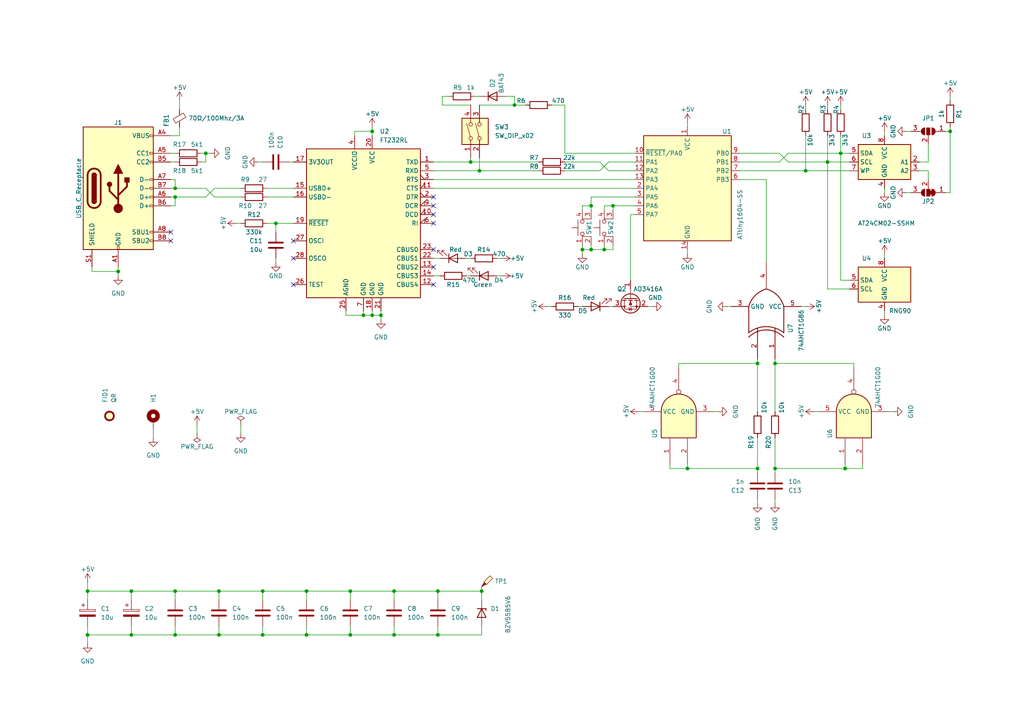
<source format=kicad_sch>
(kicad_sch (version 20230121) (generator eeschema)
  (paper "A4")
  (title_block (title "${acronym} - ${title}") (date "${date}") (rev "${revision}") (company "${company}") (comment 1 "${creator}") (comment 2 "${license}"))
  (lib_symbols
    (symbol "74xGxx:74AHCT1G00"
      (property "Reference" "U" (at -2.54 3.81 0))
      (property "Value" "74AHCT1G00" (at 0 -3.81 0))
      (symbol "74AHCT1G00_1_1"
        (pin input line (at -15.24 2.54 0) (length 7.62) (name "~") (number "1"))
        (pin input line (at -15.24 -2.54 0) (length 7.62) (name "~") (number "2"))
        (pin power_in line (at 0 -10.16 90) (length 5.08) (name "GND") (number "3"))
        (pin output inverted (at 12.7 0 180) (length 7.62) (name "~") (number "4"))
        (pin power_in line (at 0 10.16 270) (length 5.08) (name "VCC") (number "5"))
      )
    )
    (symbol "74xGxx:74AHCT1G86"
      (property "Reference" "U" (at -2.54 3.81 0))
      (property "Value" "74AHCT1G86" (at 0 -3.81 0))
      (symbol "74AHCT1G86_1_1"
        (pin input line (at -15.24 2.54 0) (length 7.62) (name "~") (number "1"))
        (pin input line (at -15.24 -2.54 0) (length 7.62) (name "~") (number "2"))
        (pin power_in line (at 0 -10.16 90) (length 5.08) (name "GND") (number "3"))
        (pin output line (at 12.7 0 180) (length 7.62) (name "~") (number "4"))
        (pin power_in line (at 0 10.16 270) (length 5.08) (name "VCC") (number "5"))
      )
    )
    (symbol "Connector:TestPoint_Probe" (pin_numbers hide) (pin_names (offset 0.762) hide)
      (property "Reference" "TP" (at 1.651 5.842 0))
      (property "Value" "TestPoint_Probe" (at 1.651 4.064 0))
      (symbol "TestPoint_Probe_1_1"
        (pin passive line (at 0 0 90) (length 0) (name "1") (number "1"))
      )
    )
    (symbol "Connector:USB_C_Receptacle_USB2.0_16P" (pin_names (offset 1.016))
      (property "Reference" "J" (at 0 22.225 0))
      (property "Value" "USB_C_Receptacle_USB2.0_16P" (at 0 19.685 0))
      (symbol "USB_C_Receptacle_USB2.0_16P_1_1"
        (pin passive line (at 0 -22.86 90) (length 5.08) (name "GND") (number "A1"))
        (pin passive line (at 0 -22.86 90) (length 5.08) hide (name "GND") (number "A12"))
        (pin passive line (at 15.24 15.24 180) (length 5.08) (name "VBUS") (number "A4"))
        (pin bidirectional line (at 15.24 10.16 180) (length 5.08) (name "CC1") (number "A5"))
        (pin bidirectional line (at 15.24 -2.54 180) (length 5.08) (name "D+") (number "A6"))
        (pin bidirectional line (at 15.24 2.54 180) (length 5.08) (name "D-") (number "A7"))
        (pin bidirectional line (at 15.24 -12.7 180) (length 5.08) (name "SBU1") (number "A8"))
        (pin passive line (at 15.24 15.24 180) (length 5.08) hide (name "VBUS") (number "A9"))
        (pin passive line (at 0 -22.86 90) (length 5.08) hide (name "GND") (number "B1"))
        (pin passive line (at 0 -22.86 90) (length 5.08) hide (name "GND") (number "B12"))
        (pin passive line (at 15.24 15.24 180) (length 5.08) hide (name "VBUS") (number "B4"))
        (pin bidirectional line (at 15.24 7.62 180) (length 5.08) (name "CC2") (number "B5"))
        (pin bidirectional line (at 15.24 -5.08 180) (length 5.08) (name "D+") (number "B6"))
        (pin bidirectional line (at 15.24 0 180) (length 5.08) (name "D-") (number "B7"))
        (pin bidirectional line (at 15.24 -15.24 180) (length 5.08) (name "SBU2") (number "B8"))
        (pin passive line (at 15.24 15.24 180) (length 5.08) hide (name "VBUS") (number "B9"))
        (pin passive line (at -7.62 -22.86 90) (length 5.08) (name "SHIELD") (number "S1"))
      )
    )
    (symbol "Device:C" (pin_numbers hide) (pin_names (offset 0.254))
      (property "Reference" "C" (at 0.635 2.54 0))
      (property "Value" "C" (at 0.635 -2.54 0))
      (symbol "C_1_1"
        (pin passive line (at 0 3.81 270) (length 2.794) (name "~") (number "1"))
        (pin passive line (at 0 -3.81 90) (length 2.794) (name "~") (number "2"))
      )
    )
    (symbol "Device:C_Polarized" (pin_numbers hide) (pin_names (offset 0.254))
      (property "Reference" "C" (at 0.635 2.54 0))
      (property "Value" "C_Polarized" (at 0.635 -2.54 0))
      (symbol "C_Polarized_1_1"
        (pin passive line (at 0 3.81 270) (length 2.794) (name "~") (number "1"))
        (pin passive line (at 0 -3.81 90) (length 2.794) (name "~") (number "2"))
      )
    )
    (symbol "Device:D" (pin_numbers hide) (pin_names (offset 1.016) hide)
      (property "Reference" "D" (at 0 2.54 0))
      (property "Value" "D" (at 0 -2.54 0))
      (symbol "D_1_1"
        (pin passive line (at -3.81 0 0) (length 2.54) (name "K") (number "1"))
        (pin passive line (at 3.81 0 180) (length 2.54) (name "A") (number "2"))
      )
    )
    (symbol "Device:FerriteBead_Small" (pin_numbers hide) (pin_names (offset 0))
      (property "Reference" "FB" (at 1.905 1.27 0))
      (property "Value" "FerriteBead_Small" (at 1.905 -1.27 0))
      (symbol "FerriteBead_Small_1_1"
        (pin passive line (at 0 2.54 270) (length 1.27) (name "~") (number "1"))
        (pin passive line (at 0 -2.54 90) (length 1.27) (name "~") (number "2"))
      )
    )
    (symbol "Device:LED" (pin_numbers hide) (pin_names (offset 1.016) hide)
      (property "Reference" "D" (at 0 2.54 0))
      (property "Value" "LED" (at 0 -2.54 0))
      (symbol "LED_1_1"
        (pin passive line (at -3.81 0 0) (length 2.54) (name "K") (number "1"))
        (pin passive line (at 3.81 0 180) (length 2.54) (name "A") (number "2"))
      )
    )
    (symbol "Device:R" (pin_numbers hide) (pin_names (offset 0))
      (property "Reference" "R" (at 2.032 0 90))
      (property "Value" "R" (at 0 0 90))
      (symbol "R_1_1"
        (pin passive line (at 0 3.81 270) (length 1.27) (name "~") (number "1"))
        (pin passive line (at 0 -3.81 90) (length 1.27) (name "~") (number "2"))
      )
    )
    (symbol "Diode:BZV55B5V6" (pin_numbers hide) (pin_names hide)
      (property "Reference" "D" (at 0 2.54 0))
      (property "Value" "BZV55B5V6" (at 0 -2.54 0))
      (symbol "BZV55B5V6_1_1"
        (pin passive line (at -3.81 0 0) (length 2.54) (name "K") (number "1"))
        (pin passive line (at 3.81 0 180) (length 2.54) (name "A") (number "2"))
      )
    )
    (symbol "Interface_USB:FT232RL"
      (property "Reference" "U" (at -16.51 22.86 0))
      (property "Value" "FT232RL" (at 10.16 22.86 0))
      (symbol "FT232RL_1_1"
        (pin output line (at 20.32 17.78 180) (length 3.81) (name "TXD") (number "1"))
        (pin input input_low (at 20.32 2.54 180) (length 3.81) (name "DCD") (number "10"))
        (pin input input_low (at 20.32 10.16 180) (length 3.81) (name "CTS") (number "11"))
        (pin bidirectional line (at 20.32 -17.78 180) (length 3.81) (name "CBUS4") (number "12"))
        (pin bidirectional line (at 20.32 -12.7 180) (length 3.81) (name "CBUS2") (number "13"))
        (pin bidirectional line (at 20.32 -15.24 180) (length 3.81) (name "CBUS3") (number "14"))
        (pin bidirectional line (at -20.32 10.16 0) (length 3.81) (name "USBD+") (number "15"))
        (pin bidirectional line (at -20.32 7.62 0) (length 3.81) (name "USBD-") (number "16"))
        (pin power_out line (at -20.32 17.78 0) (length 3.81) (name "3V3OUT") (number "17"))
        (pin power_in line (at 2.54 -25.4 90) (length 3.81) (name "GND") (number "18"))
        (pin input line (at -20.32 0 0) (length 3.81) (name "~{RESET}") (number "19"))
        (pin output output_low (at 20.32 7.62 180) (length 3.81) (name "DTR") (number "2"))
        (pin power_in line (at 2.54 25.4 270) (length 3.81) (name "VCC") (number "20"))
        (pin power_in line (at 5.08 -25.4 90) (length 3.81) (name "GND") (number "21"))
        (pin bidirectional line (at 20.32 -10.16 180) (length 3.81) (name "CBUS1") (number "22"))
        (pin bidirectional line (at 20.32 -7.62 180) (length 3.81) (name "CBUS0") (number "23"))
        (pin power_in line (at -5.08 -25.4 90) (length 3.81) (name "AGND") (number "25"))
        (pin input line (at -20.32 -17.78 0) (length 3.81) (name "TEST") (number "26"))
        (pin input line (at -20.32 -5.08 0) (length 3.81) (name "OSCI") (number "27"))
        (pin output line (at -20.32 -10.16 0) (length 3.81) (name "OSCO") (number "28"))
        (pin output output_low (at 20.32 12.7 180) (length 3.81) (name "RTS") (number "3"))
        (pin power_in line (at -2.54 25.4 270) (length 3.81) (name "VCCIO") (number "4"))
        (pin input line (at 20.32 15.24 180) (length 3.81) (name "RXD") (number "5"))
        (pin input input_low (at 20.32 0 180) (length 3.81) (name "RI") (number "6"))
        (pin power_in line (at 0 -25.4 90) (length 3.81) (name "GND") (number "7"))
        (pin input input_low (at 20.32 5.08 180) (length 3.81) (name "DCR") (number "9"))
      )
    )
    (symbol "Jumper:SolderJumper_3_Bridged12" (pin_names (offset 0) hide)
      (property "Reference" "JP" (at -2.54 -2.54 0))
      (property "Value" "SolderJumper_3_Bridged12" (at 0 2.794 0))
      (symbol "SolderJumper_3_Bridged12_1_1"
        (pin passive line (at -5.08 0 0) (length 2.54) (name "A") (number "1"))
        (pin passive line (at 0 -3.81 90) (length 2.54) (name "C") (number "2"))
        (pin passive line (at 5.08 0 180) (length 2.54) (name "B") (number "3"))
      )
    )
    (symbol "Jumper:SolderJumper_3_Open" (pin_names (offset 0) hide)
      (property "Reference" "JP" (at -2.54 -2.54 0))
      (property "Value" "SolderJumper_3_Open" (at 0 2.794 0))
      (symbol "SolderJumper_3_Open_1_1"
        (pin passive line (at -5.08 0 0) (length 2.54) (name "A") (number "1"))
        (pin passive line (at 0 -3.81 90) (length 2.54) (name "C") (number "2"))
        (pin passive line (at 5.08 0 180) (length 2.54) (name "B") (number "3"))
      )
    )
    (symbol "MCU_Microchip_ATtiny:ATtiny1604-SS"
      (property "Reference" "U" (at -12.7 16.51 0))
      (property "Value" "ATtiny1604-SS" (at 2.54 -16.51 0))
      (symbol "ATtiny1604-SS_1_1"
        (pin power_in line (at 0 17.78 270) (length 2.54) (name "VCC") (number "1"))
        (pin bidirectional line (at 15.24 10.16 180) (length 2.54) (name "~{RESET}/PA0") (number "10"))
        (pin bidirectional line (at 15.24 7.62 180) (length 2.54) (name "PA1") (number "11"))
        (pin bidirectional line (at 15.24 5.08 180) (length 2.54) (name "PA2") (number "12"))
        (pin bidirectional line (at 15.24 2.54 180) (length 2.54) (name "PA3") (number "13"))
        (pin power_in line (at 0 -17.78 90) (length 2.54) (name "GND") (number "14"))
        (pin bidirectional line (at 15.24 0 180) (length 2.54) (name "PA4") (number "2"))
        (pin bidirectional line (at 15.24 -2.54 180) (length 2.54) (name "PA5") (number "3"))
        (pin bidirectional line (at 15.24 -5.08 180) (length 2.54) (name "PA6") (number "4"))
        (pin bidirectional line (at 15.24 -7.62 180) (length 2.54) (name "PA7") (number "5"))
        (pin bidirectional line (at -15.24 2.54 0) (length 2.54) (name "PB3") (number "6"))
        (pin bidirectional line (at -15.24 5.08 0) (length 2.54) (name "PB2") (number "7"))
        (pin bidirectional line (at -15.24 7.62 0) (length 2.54) (name "PB1") (number "8"))
        (pin bidirectional line (at -15.24 10.16 0) (length 2.54) (name "PB0") (number "9"))
      )
    )
    (symbol "Mechanical:Fiducial"
      (property "Reference" "FID" (at 0 5.08 0))
      (property "Value" "Fiducial" (at 0 3.175 0))
    )
    (symbol "Mechanical:MountingHole_Pad" (pin_numbers hide) (pin_names (offset 1.016) hide)
      (property "Reference" "H" (at 0 6.35 0))
      (property "Value" "MountingHole_Pad" (at 0 4.445 0))
      (symbol "MountingHole_Pad_1_1"
        (pin input line (at 0 -2.54 90) (length 2.54) (name "1") (number "1"))
      )
    )
    (symbol "Memory_EEPROM:AT24CS04-SSHM"
      (property "Reference" "U" (at -7.62 6.35 0))
      (property "Value" "AT24CS04-SSHM" (at 2.54 -6.35 0))
      (symbol "AT24CS04-SSHM_1_1"
        (pin no_connect line (at -7.62 2.54 0) (length 2.54) hide (name "NC") (number "1"))
        (pin input line (at -10.16 0 0) (length 2.54) (name "A1") (number "2"))
        (pin input line (at -10.16 -2.54 0) (length 2.54) (name "A2") (number "3"))
        (pin power_in line (at 0 -7.62 90) (length 2.54) (name "GND") (number "4"))
        (pin bidirectional line (at 10.16 2.54 180) (length 2.54) (name "SDA") (number "5"))
        (pin input line (at 10.16 0 180) (length 2.54) (name "SCL") (number "6"))
        (pin input line (at 10.16 -2.54 180) (length 2.54) (name "WP") (number "7"))
        (pin power_in line (at 0 7.62 270) (length 2.54) (name "VCC") (number "8"))
      )
    )
    (symbol "RNG:RNG90"
      (property "Reference" "U" (at -6.985 6.35 0))
      (property "Value" "RNG90" (at 4.445 -6.985 0))
      (symbol "RNG90_1_1"
        (pin no_connect line (at 10.16 3.81 180) (length 2.54) hide (name "NC1") (number "1"))
        (pin no_connect line (at 10.16 1.27 180) (length 2.54) hide (name "NC2") (number "2"))
        (pin no_connect line (at 10.16 -1.27 180) (length 2.54) hide (name "NC3") (number "3"))
        (pin power_in line (at 0 -7.62 90) (length 2.54) (name "GND") (number "4"))
        (pin bidirectional line (at -10.16 1.27 0) (length 2.54) (name "SDA") (number "5"))
        (pin input line (at -10.16 -1.27 0) (length 2.54) (name "SCL") (number "6"))
        (pin no_connect line (at 10.16 -3.81 180) (length 2.54) hide (name "NC4") (number "7"))
        (pin power_in line (at 0 7.62 270) (length 2.54) (name "VCC") (number "8"))
      )
    )
    (symbol "Switch:SW_DIP_x02" (pin_names (offset 0) hide)
      (property "Reference" "SW" (at 0 6.35 0))
      (property "Value" "SW_DIP_x02" (at 0 -3.81 0))
      (symbol "SW_DIP_x02_1_1"
        (pin passive line (at -7.62 2.54 0) (length 5.08) (name "~") (number "1"))
        (pin passive line (at -7.62 0 0) (length 5.08) (name "~") (number "2"))
        (pin passive line (at 7.62 0 180) (length 5.08) (name "~") (number "3"))
        (pin passive line (at 7.62 2.54 180) (length 5.08) (name "~") (number "4"))
      )
    )
    (symbol "Switch:SW_MEC_5E" (pin_names (offset 1.016) hide)
      (property "Reference" "SW" (at 0.635 5.715 0))
      (property "Value" "SW_MEC_5E" (at 0 -3.175 0))
      (symbol "SW_MEC_5E_0_1"
        (pin passive line (at -5.08 2.54 0) (length 2.54) (name "1") (number "1"))
        (pin passive line (at -5.08 0 0) (length 2.54) (name "2") (number "2"))
        (pin passive line (at 5.08 0 180) (length 2.54) (name "K") (number "3"))
        (pin passive line (at 5.08 2.54 180) (length 2.54) (name "A") (number "4"))
      )
    )
    (symbol "Transistor_FET:AO3400A" (pin_names hide)
      (property "Reference" "Q" (at 5.08 1.905 0))
      (property "Value" "AO3400A" (at 5.08 0 0))
      (symbol "AO3400A_1_1"
        (pin input line (at -5.08 0 0) (length 2.54) (name "G") (number "1"))
        (pin passive line (at 2.54 -5.08 90) (length 2.54) (name "S") (number "2"))
        (pin passive line (at 2.54 5.08 270) (length 2.54) (name "D") (number "3"))
      )
    )
    (symbol "power:+5V" (power) (pin_names (offset 0))
      (property "Value" "+5V" (at 0 3.556 0))
      (symbol "+5V_1_1"
        (pin power_in line (at 0 0 90) (length 0) hide (name "+5V") (number "1"))
      )
    )
    (symbol "power:GND" (power) (pin_names (offset 0))
      (property "Value" "GND" (at 0 -3.81 0))
      (symbol "GND_1_1"
        (pin power_in line (at 0 0 270) (length 0) hide (name "GND") (number "1"))
      )
    )
    (symbol "power:PWR_FLAG" (power) (pin_numbers hide) (pin_names (offset 0) hide)
      (property "Value" "PWR_FLAG" (at 0 3.81 0))
      (symbol "PWR_FLAG_0_0"
        (pin power_out line (at 0 0 90) (length 0) (name "pwr") (number "1"))
      )
    )
  )
  (junction (at 245.11 135.89))
  (junction (at 275.59 38.1))
  (junction (at 59.69 44.45))
  (junction (at 219.71 135.89))
  (junction (at 175.26 72.39))
  (junction (at 105.41 91.44))
  (junction (at 224.79 135.89))
  (junction (at 127 171.45))
  (junction (at 114.3 184.15))
  (junction (at 127 184.15))
  (junction (at 233.68 49.53))
  (junction (at 101.6 171.45))
  (junction (at 177.8 59.69))
  (junction (at 25.4 171.45))
  (junction (at 219.71 105.41))
  (junction (at 38.1 184.15))
  (junction (at 76.2 184.15))
  (junction (at 88.9 171.45))
  (junction (at 110.49 91.44))
  (junction (at 107.95 38.1))
  (junction (at 38.1 171.45))
  (junction (at 149.225 30.48))
  (junction (at 63.5 184.15))
  (junction (at 80.01 64.77))
  (junction (at 25.4 184.15))
  (junction (at 199.39 135.89))
  (junction (at 171.45 59.69))
  (junction (at 168.91 72.39))
  (junction (at 243.84 44.45))
  (junction (at 50.8 54.61))
  (junction (at 114.3 171.45))
  (junction (at 76.2 171.45))
  (junction (at 88.9 184.15))
  (junction (at 139.7 171.45))
  (junction (at 171.45 72.39))
  (junction (at 50.8 57.15))
  (junction (at 224.79 105.41))
  (junction (at 50.8 184.15))
  (junction (at 240.03 46.99))
  (junction (at 34.29 78.74))
  (junction (at 101.6 184.15))
  (junction (at 136.525 46.99))
  (junction (at 50.8 171.45))
  (junction (at 139.065 49.53))
  (junction (at 63.5 171.45))
  (junction (at 107.95 91.44))
  (no_connect (at 125.73 59.69))
  (no_connect (at 125.73 64.77))
  (no_connect (at 49.53 69.85))
  (no_connect (at 125.73 57.15))
  (no_connect (at 125.73 72.39))
  (no_connect (at 85.09 74.93))
  (no_connect (at 85.09 69.85))
  (no_connect (at 125.73 62.23))
  (no_connect (at 125.73 77.47))
  (no_connect (at 49.53 67.31))
  (no_connect (at 85.09 82.55))
  (no_connect (at 125.73 82.55))
  (wire (pts (xy 207.01 119.38) (xy 208.28 119.38)))
  (wire (pts (xy 26.67 78.74) (xy 34.29 78.74)))
  (wire (pts (xy 127 171.45) (xy 127 173.99)))
  (wire (pts (xy 240.03 39.37) (xy 240.03 46.99)))
  (wire (pts (xy 50.8 171.45) (xy 50.8 173.99)))
  (wire (pts (xy 269.24 49.53) (xy 266.7 49.53)))
  (wire (pts (xy 114.3 171.45) (xy 114.3 173.99)))
  (wire (pts (xy 233.68 88.9) (xy 232.41 88.9)))
  (wire (pts (xy 176.53 49.53) (xy 184.15 49.53)))
  (wire (pts (xy 114.3 184.15) (xy 127 184.15)))
  (wire (pts (xy 34.29 77.47) (xy 34.29 78.74)))
  (wire (pts (xy 136.525 45.72) (xy 136.525 46.99)))
  (wire (pts (xy 52.07 39.37) (xy 49.53 39.37)))
  (wire (pts (xy 269.24 46.99) (xy 266.7 46.99)))
  (wire (pts (xy 171.45 57.15) (xy 184.15 57.15)))
  (wire (pts (xy 226.06 44.45) (xy 228.6 46.99)))
  (wire (pts (xy 199.39 135.89) (xy 199.39 134.62)))
  (wire (pts (xy 177.8 71.12) (xy 177.8 72.39)))
  (wire (pts (xy 58.42 44.45) (xy 59.69 44.45)))
  (wire (pts (xy 168.91 88.9) (xy 167.64 88.9)))
  (wire (pts (xy 236.22 119.38) (xy 237.49 119.38)))
  (wire (pts (xy 105.41 90.17) (xy 105.41 91.44)))
  (wire (pts (xy 59.69 46.99) (xy 59.69 44.45)))
  (wire (pts (xy 171.45 59.69) (xy 171.45 60.96)))
  (wire (pts (xy 50.8 59.69) (xy 49.53 59.69)))
  (wire (pts (xy 182.88 62.23) (xy 184.15 62.23)))
  (wire (pts (xy 139.065 30.48) (xy 149.225 30.48)))
  (wire (pts (xy 25.4 168.91) (xy 25.4 171.45)))
  (wire (pts (xy 158.75 88.9) (xy 160.02 88.9)))
  (wire (pts (xy 269.24 49.53) (xy 269.24 52.07)))
  (wire (pts (xy 177.8 59.69) (xy 184.15 59.69)))
  (wire (pts (xy 163.83 49.53) (xy 173.99 49.53)))
  (wire (pts (xy 189.23 88.9) (xy 187.96 88.9)))
  (wire (pts (xy 214.63 46.99) (xy 226.06 46.99)))
  (wire (pts (xy 50.8 52.07) (xy 49.53 52.07)))
  (wire (pts (xy 101.6 184.15) (xy 114.3 184.15)))
  (wire (pts (xy 76.2 184.15) (xy 88.9 184.15)))
  (wire (pts (xy 110.49 91.44) (xy 107.95 91.44)))
  (wire (pts (xy 76.2 171.45) (xy 88.9 171.45)))
  (wire (pts (xy 149.225 27.94) (xy 149.225 30.48)))
  (wire (pts (xy 171.45 72.39) (xy 175.26 72.39)))
  (wire (pts (xy 63.5 171.45) (xy 76.2 171.45)))
  (wire (pts (xy 80.01 64.77) (xy 85.09 64.77)))
  (wire (pts (xy 85.09 46.99) (xy 83.82 46.99)))
  (wire (pts (xy 240.03 83.82) (xy 246.38 83.82)))
  (wire (pts (xy 25.4 171.45) (xy 38.1 171.45)))
  (wire (pts (xy 49.53 44.45) (xy 50.8 44.45)))
  (wire (pts (xy 160.02 30.48) (xy 163.83 30.48)))
  (wire (pts (xy 224.79 137.16) (xy 224.79 135.89)))
  (wire (pts (xy 101.6 171.45) (xy 101.6 173.99)))
  (wire (pts (xy 219.71 119.38) (xy 219.71 105.41)))
  (wire (pts (xy 52.07 29.21) (xy 52.07 31.75)))
  (wire (pts (xy 88.9 184.15) (xy 101.6 184.15)))
  (wire (pts (xy 240.03 30.48) (xy 240.03 31.75)))
  (wire (pts (xy 149.225 30.48) (xy 152.4 30.48)))
  (wire (pts (xy 80.01 64.77) (xy 80.01 67.31)))
  (wire (pts (xy 224.79 119.38) (xy 224.79 105.41)))
  (wire (pts (xy 194.31 135.89) (xy 194.31 134.62)))
  (wire (pts (xy 110.49 91.44) (xy 110.49 92.71)))
  (wire (pts (xy 44.45 124.46) (xy 44.45 127)))
  (wire (pts (xy 25.4 171.45) (xy 25.4 173.99)))
  (wire (pts (xy 101.6 181.61) (xy 101.6 184.15)))
  (wire (pts (xy 256.54 38.1) (xy 256.54 39.37)))
  (wire (pts (xy 50.8 57.15) (xy 49.53 57.15)))
  (wire (pts (xy 250.19 135.89) (xy 250.19 134.62)))
  (wire (pts (xy 247.65 106.68) (xy 247.65 105.41)))
  (wire (pts (xy 212.09 88.9) (xy 210.82 88.9)))
  (wire (pts (xy 163.83 46.99) (xy 173.99 46.99)))
  (wire (pts (xy 163.83 44.45) (xy 184.15 44.45)))
  (wire (pts (xy 63.5 171.45) (xy 63.5 173.99)))
  (wire (pts (xy 110.49 90.17) (xy 110.49 91.44)))
  (wire (pts (xy 243.84 81.28) (xy 246.38 81.28)))
  (wire (pts (xy 269.24 41.91) (xy 269.24 46.99)))
  (wire (pts (xy 50.8 57.15) (xy 50.8 59.69)))
  (wire (pts (xy 57.15 123.19) (xy 57.15 125.73)))
  (wire (pts (xy 163.83 30.48) (xy 163.83 44.45)))
  (wire (pts (xy 139.7 170.18) (xy 139.7 171.45)))
  (wire (pts (xy 145.415 74.93) (xy 144.145 74.93)))
  (wire (pts (xy 100.33 91.44) (xy 105.41 91.44)))
  (wire (pts (xy 233.68 49.53) (xy 246.38 49.53)))
  (wire (pts (xy 243.84 39.37) (xy 243.84 44.45)))
  (wire (pts (xy 100.33 90.17) (xy 100.33 91.44)))
  (wire (pts (xy 233.68 30.48) (xy 233.68 31.75)))
  (wire (pts (xy 233.68 39.37) (xy 233.68 49.53)))
  (wire (pts (xy 168.91 72.39) (xy 168.91 71.12)))
  (wire (pts (xy 62.23 54.61) (xy 59.69 57.15)))
  (wire (pts (xy 88.9 181.61) (xy 88.9 184.15)))
  (wire (pts (xy 38.1 181.61) (xy 38.1 184.15)))
  (wire (pts (xy 245.11 135.89) (xy 245.11 134.62)))
  (wire (pts (xy 139.7 181.61) (xy 139.7 184.15)))
  (wire (pts (xy 256.54 73.66) (xy 256.54 74.93)))
  (wire (pts (xy 175.26 71.12) (xy 175.26 72.39)))
  (wire (pts (xy 222.25 52.07) (xy 222.25 76.2)))
  (wire (pts (xy 38.1 171.45) (xy 50.8 171.45)))
  (wire (pts (xy 136.525 80.01) (xy 135.255 80.01)))
  (wire (pts (xy 76.2 46.99) (xy 74.93 46.99)))
  (wire (pts (xy 243.84 44.45) (xy 243.84 81.28)))
  (wire (pts (xy 125.73 52.07) (xy 184.15 52.07)))
  (wire (pts (xy 127.635 74.93) (xy 125.73 74.93)))
  (wire (pts (xy 62.23 57.15) (xy 69.85 57.15)))
  (wire (pts (xy 264.16 38.1) (xy 262.89 38.1)))
  (wire (pts (xy 182.88 62.23) (xy 182.88 81.28)))
  (wire (pts (xy 177.8 59.69) (xy 177.8 60.96)))
  (wire (pts (xy 49.53 46.99) (xy 50.8 46.99)))
  (wire (pts (xy 88.9 171.45) (xy 88.9 173.99)))
  (wire (pts (xy 199.39 135.89) (xy 219.71 135.89)))
  (wire (pts (xy 185.42 119.38) (xy 186.69 119.38)))
  (wire (pts (xy 50.8 184.15) (xy 63.5 184.15)))
  (wire (pts (xy 228.6 44.45) (xy 243.84 44.45)))
  (wire (pts (xy 125.73 49.53) (xy 139.065 49.53)))
  (wire (pts (xy 224.79 135.89) (xy 245.11 135.89)))
  (wire (pts (xy 257.81 119.38) (xy 259.08 119.38)))
  (wire (pts (xy 38.1 184.15) (xy 50.8 184.15)))
  (wire (pts (xy 114.3 171.45) (xy 127 171.45)))
  (wire (pts (xy 125.73 54.61) (xy 184.15 54.61)))
  (wire (pts (xy 38.1 171.45) (xy 38.1 173.99)))
  (wire (pts (xy 128.27 27.94) (xy 128.27 30.48)))
  (wire (pts (xy 107.95 38.1) (xy 102.87 38.1)))
  (wire (pts (xy 219.71 135.89) (xy 219.71 127)))
  (wire (pts (xy 256.54 54.61) (xy 256.54 55.88)))
  (wire (pts (xy 77.47 57.15) (xy 85.09 57.15)))
  (wire (pts (xy 171.45 57.15) (xy 171.45 59.69)))
  (wire (pts (xy 245.11 135.89) (xy 250.19 135.89)))
  (wire (pts (xy 114.3 181.61) (xy 114.3 184.15)))
  (wire (pts (xy 68.58 64.77) (xy 69.85 64.77)))
  (wire (pts (xy 127 184.15) (xy 139.7 184.15)))
  (wire (pts (xy 175.26 59.69) (xy 175.26 60.96)))
  (wire (pts (xy 50.8 54.61) (xy 49.53 54.61)))
  (wire (pts (xy 176.53 46.99) (xy 184.15 46.99)))
  (wire (pts (xy 199.39 35.56) (xy 199.39 36.83)))
  (wire (pts (xy 88.9 171.45) (xy 101.6 171.45)))
  (wire (pts (xy 194.31 135.89) (xy 199.39 135.89)))
  (wire (pts (xy 168.91 59.69) (xy 168.91 60.96)))
  (wire (pts (xy 77.47 64.77) (xy 80.01 64.77)))
  (wire (pts (xy 171.45 72.39) (xy 171.45 71.12)))
  (wire (pts (xy 226.06 46.99) (xy 228.6 44.45)))
  (wire (pts (xy 275.59 36.83) (xy 275.59 38.1)))
  (wire (pts (xy 175.26 72.39) (xy 177.8 72.39)))
  (wire (pts (xy 224.79 105.41) (xy 224.79 104.14)))
  (wire (pts (xy 25.4 184.15) (xy 25.4 186.69)))
  (wire (pts (xy 246.38 44.45) (xy 243.84 44.45)))
  (wire (pts (xy 214.63 44.45) (xy 226.06 44.45)))
  (wire (pts (xy 128.27 30.48) (xy 136.525 30.48)))
  (wire (pts (xy 228.6 46.99) (xy 240.03 46.99)))
  (wire (pts (xy 127 181.61) (xy 127 184.15)))
  (wire (pts (xy 219.71 137.16) (xy 219.71 135.89)))
  (wire (pts (xy 175.26 59.69) (xy 177.8 59.69)))
  (wire (pts (xy 107.95 90.17) (xy 107.95 91.44)))
  (wire (pts (xy 196.85 105.41) (xy 219.71 105.41)))
  (wire (pts (xy 50.8 52.07) (xy 50.8 54.61)))
  (wire (pts (xy 219.71 146.05) (xy 219.71 144.78)))
  (wire (pts (xy 26.67 77.47) (xy 26.67 78.74)))
  (wire (pts (xy 136.525 74.93) (xy 135.255 74.93)))
  (wire (pts (xy 80.01 74.93) (xy 80.01 76.2)))
  (wire (pts (xy 168.91 59.69) (xy 171.45 59.69)))
  (wire (pts (xy 168.91 72.39) (xy 171.45 72.39)))
  (wire (pts (xy 176.53 49.53) (xy 173.99 46.99)))
  (wire (pts (xy 107.95 91.44) (xy 105.41 91.44)))
  (wire (pts (xy 62.23 57.15) (xy 59.69 54.61)))
  (wire (pts (xy 145.415 80.01) (xy 144.145 80.01)))
  (wire (pts (xy 58.42 46.99) (xy 59.69 46.99)))
  (wire (pts (xy 219.71 105.41) (xy 219.71 104.14)))
  (wire (pts (xy 69.85 125.73) (xy 69.85 123.19)))
  (wire (pts (xy 63.5 184.15) (xy 76.2 184.15)))
  (wire (pts (xy 107.95 36.83) (xy 107.95 38.1)))
  (wire (pts (xy 50.8 181.61) (xy 50.8 184.15)))
  (wire (pts (xy 59.69 44.45) (xy 60.96 44.45)))
  (wire (pts (xy 177.8 88.9) (xy 176.53 88.9)))
  (wire (pts (xy 139.065 45.72) (xy 139.065 49.53)))
  (wire (pts (xy 139.065 49.53) (xy 156.21 49.53)))
  (wire (pts (xy 214.63 49.53) (xy 233.68 49.53)))
  (wire (pts (xy 264.16 55.88) (xy 262.89 55.88)))
  (wire (pts (xy 50.8 57.15) (xy 59.69 57.15)))
  (wire (pts (xy 168.91 73.66) (xy 168.91 72.39)))
  (wire (pts (xy 243.84 30.48) (xy 243.84 31.75)))
  (wire (pts (xy 69.85 54.61) (xy 62.23 54.61)))
  (wire (pts (xy 224.79 135.89) (xy 224.79 127)))
  (wire (pts (xy 127 171.45) (xy 139.7 171.45)))
  (wire (pts (xy 275.59 55.88) (xy 274.32 55.88)))
  (wire (pts (xy 25.4 181.61) (xy 25.4 184.15)))
  (wire (pts (xy 128.27 27.94) (xy 130.175 27.94)))
  (wire (pts (xy 146.685 27.94) (xy 149.225 27.94)))
  (wire (pts (xy 101.6 171.45) (xy 114.3 171.45)))
  (wire (pts (xy 76.2 171.45) (xy 76.2 173.99)))
  (wire (pts (xy 275.59 38.1) (xy 274.32 38.1)))
  (wire (pts (xy 76.2 181.61) (xy 76.2 184.15)))
  (wire (pts (xy 214.63 52.07) (xy 222.25 52.07)))
  (wire (pts (xy 125.73 46.99) (xy 136.525 46.99)))
  (wire (pts (xy 173.99 49.53) (xy 176.53 46.99)))
  (wire (pts (xy 77.47 54.61) (xy 85.09 54.61)))
  (wire (pts (xy 275.59 27.94) (xy 275.59 29.21)))
  (wire (pts (xy 199.39 72.39) (xy 199.39 73.66)))
  (wire (pts (xy 224.79 105.41) (xy 247.65 105.41)))
  (wire (pts (xy 125.73 80.01) (xy 127.635 80.01)))
  (wire (pts (xy 139.7 171.45) (xy 139.7 173.99)))
  (wire (pts (xy 50.8 54.61) (xy 59.69 54.61)))
  (wire (pts (xy 196.85 106.68) (xy 196.85 105.41)))
  (wire (pts (xy 107.95 38.1) (xy 107.95 39.37)))
  (wire (pts (xy 102.87 38.1) (xy 102.87 39.37)))
  (wire (pts (xy 246.38 46.99) (xy 240.03 46.99)))
  (wire (pts (xy 275.59 38.1) (xy 275.59 55.88)))
  (wire (pts (xy 137.795 27.94) (xy 139.065 27.94)))
  (wire (pts (xy 25.4 184.15) (xy 38.1 184.15)))
  (wire (pts (xy 240.03 46.99) (xy 240.03 83.82)))
  (wire (pts (xy 136.525 46.99) (xy 156.21 46.99)))
  (wire (pts (xy 52.07 36.83) (xy 52.07 39.37)))
  (wire (pts (xy 50.8 171.45) (xy 63.5 171.45)))
  (wire (pts (xy 34.29 78.74) (xy 34.29 80.01)))
  (wire (pts (xy 63.5 181.61) (xy 63.5 184.15)))
  (wire (pts (xy 224.79 146.05) (xy 224.79 144.78)))
  (wire (pts (xy 256.54 91.44) (xy 256.54 90.17)))
  (symbol (lib_id "power:+5V") (at 233.68 30.48 0) (mirror y) (unit 1)
    (property "Reference" "#PWR06" (effects hide))
    (property "Value" "+5V" (at 233.68 26.67 0))
  )
  (symbol (lib_id "Device:C") (at 127 177.8 0) (unit 1)
    (property "Reference" "C9" (at 130.81 176.53 0) (effects (justify left)))
    (property "Value" "100n" (at 130.81 179.07 0) (effects (justify left)))
    (property "Footprint" "Capacitor_SMD:C_1206_3216Metric" (effects hide))
    (property "Vendor" "HTL" (effects hide))
    (property "VendorId" "100128" (effects hide))
  )
  (symbol (lib_id "Device:R") (at 224.79 123.19 0) (mirror x) (unit 1)
    (property "Reference" "R20" (at 222.885 128.27 90))
    (property "Value" "10k" (at 226.695 118.11 90))
    (property "Footprint" "Resistor_SMD:R_1206_3216Metric" (effects hide))
    (property "Vendor" "HTL" (effects hide))
    (property "VendorId" "102967" (effects hide))
  )
  (symbol (lib_id "power:+5V") (at 145.415 80.01 270) (mirror x) (unit 1)
    (property "Reference" "#PWR018" (effects hide))
    (property "Value" "+5V" (at 149.86 80.01 90))
  )
  (symbol (lib_id "MCU_Microchip_ATtiny:ATtiny1604-SS") (at 199.39 54.61 0) (mirror y) (unit 1)
    (property "Reference" "U1" (at 210.82 38.1 0))
    (property "Value" "ATtiny1604-SS" (at 214.63 62.23 90))
    (property "Footprint" "Package_SO:SOIC-14_3.9x8.7mm_P1.27mm" (effects hide))
    (property "Datasheet" "http://ww1.microchip.com/downloads/en/DeviceDoc/ATtiny804_1604-Data-Sheet-40002028A.pdf" (effects hide))
    (property "Vendor" "HTL" (effects hide))
    (property "VendorId" "103615" (effects hide))
  )
  (symbol (lib_id "power:+5V") (at 25.4 168.91 0) (unit 1)
    (property "Reference" "#PWR01" (effects hide))
    (property "Value" "+5V" (at 25.4 165.1 0))
  )
  (symbol (lib_id "power:GND") (at 256.54 91.44 0) (mirror y) (unit 1)
    (property "Reference" "#PWR031" (effects hide))
    (property "Value" "GND" (at 256.54 95.25 0))
  )
  (symbol (lib_id "Device:C_Polarized") (at 25.4 177.8 0) (unit 1)
    (property "Reference" "C1" (at 29.21 176.53 0) (effects (justify left)))
    (property "Value" "10u" (at 29.21 179.07 0) (effects (justify left)))
    (property "Footprint" "Capacitor_Tantalum_SMD:CP_EIA-3528-21_Kemet-B" (effects hide))
    (property "Vendor" "HTL" (effects hide))
    (property "VendorId" "103620" (effects hide))
  )
  (symbol (lib_id "power:GND") (at 74.93 46.99 270) (unit 1)
    (property "Reference" "#PWR014" (effects hide))
    (property "Value" "GND" (at 71.12 46.99 0))
  )
  (symbol (lib_id "Transistor_FET:AO3400A") (at 182.88 86.36 90) (mirror x) (unit 1)
    (property "Reference" "Q2" (at 180.34 83.82 90))
    (property "Value" "AO3416A" (at 187.96 83.82 90))
    (property "Footprint" "Package_TO_SOT_SMD:SOT-23" (effects hide))
    (property "Datasheet" "http://www.aosmd.com/pdfs/datasheet/AO3400A.pdf" (effects hide))
    (property "Vendor" "HTL" (effects hide))
    (property "VendorId" "103512" (effects hide))
  )
  (symbol (lib_id "Device:C") (at 50.8 177.8 0) (unit 1)
    (property "Reference" "C3" (at 54.61 176.53 0) (effects (justify left)))
    (property "Value" "100n" (at 54.61 179.07 0) (effects (justify left)))
    (property "Footprint" "Capacitor_SMD:C_1206_3216Metric" (effects hide))
    (property "Vendor" "HTL" (effects hide))
    (property "VendorId" "100128" (effects hide))
  )
  (symbol (lib_id "power:GND") (at 189.23 88.9 90) (mirror x) (unit 1)
    (property "Reference" "#PWR027" (effects hide))
    (property "Value" "GND" (at 187.96 86.36 90) (effects (justify right)))
  )
  (symbol (lib_id "power:GND") (at 208.28 119.38 90) (unit 1)
    (property "Reference" "#PWR036" (effects hide))
    (property "Value" "GND" (at 213.36 119.38 0))
  )
  (symbol (lib_id "power:+5V") (at 52.07 29.21 0) (unit 1)
    (property "Reference" "#PWR032" (effects hide))
    (property "Value" "+5V" (at 52.07 25.4 0))
  )
  (symbol (lib_id "Switch:SW_MEC_5E") (at 171.45 66.04 90) (unit 1)
    (property "Reference" "SW1" (at 170.815 66.04 0))
    (property "Value" "SW_MEC_5E" (effects hide))
    (property "Footprint" "PTS530:SW_PTS530_GK055_SMTR_LFS" (effects hide))
    (property "Datasheet" "http://www.apem.com/int/index.php?controller=attachment&id_attachment=1371" (effects hide))
    (property "Vendor" "HTL" (effects hide))
    (property "VendorId" "103586" (effects hide))
  )
  (symbol (lib_id "Device:LED") (at 172.72 88.9 180) (unit 1)
    (property "Reference" "D5" (at 167.64 90.17 0) (effects (justify right)))
    (property "Value" "Red" (at 168.91 86.36 0) (effects (justify right)))
    (property "Footprint" "LED_SMD:LED_1206_3216Metric" (effects hide))
    (property "Vendor" "HTL" (effects hide))
    (property "VendorId" "100458" (effects hide))
  )
  (symbol (lib_id "power:+5V") (at 233.68 88.9 270) (unit 1)
    (property "Reference" "#PWR035" (effects hide))
    (property "Value" "+5V" (at 237.49 88.9 0))
  )
  (symbol (lib_id "power:PWR_FLAG") (at 69.85 123.19 0) (unit 1)
    (property "Reference" "#FLG01" (effects hide))
    (property "Value" "PWR_FLAG" (at 69.85 119.38 0))
  )
  (symbol (lib_id "Device:R") (at 240.03 35.56 180) (unit 1)
    (property "Reference" "R3" (at 238.76 31.75 90))
    (property "Value" "3k3" (at 241.3 40.64 90))
    (property "Footprint" "Resistor_SMD:R_1206_3216Metric" (effects hide))
    (property "Vendor" "HTL" (effects hide))
    (property "VendorId" "102959" (effects hide))
  )
  (symbol (lib_id "Device:R") (at 54.61 44.45 270) (unit 1)
    (property "Reference" "R17" (at 52.07 41.91 90))
    (property "Value" "5k1" (at 57.15 41.91 90))
    (property "Footprint" "Resistor_SMD:R_1206_3216Metric" (effects hide))
    (property "Vendor" "HTL" (effects hide))
    (property "VendorId" "102962" (effects hide))
  )
  (symbol (lib_id "power:+5V") (at 243.84 30.48 0) (mirror y) (unit 1)
    (property "Reference" "#PWR08" (effects hide))
    (property "Value" "+5V" (at 243.84 26.67 0))
  )
  (symbol (lib_id "power:GND") (at 224.79 146.05 0) (mirror y) (unit 1)
    (property "Reference" "#PWR040" (effects hide))
    (property "Value" "GND" (at 224.79 149.86 90) (effects (justify right)))
  )
  (symbol (lib_id "Device:R") (at 133.985 27.94 90) (unit 1)
    (property "Reference" "R5" (at 132.715 25.4 90))
    (property "Value" "1k" (at 136.525 25.4 90))
    (property "Footprint" "Resistor_SMD:R_1206_3216Metric" (effects hide))
    (property "Vendor" "HTL" (effects hide))
    (property "VendorId" "102951" (effects hide))
  )
  (symbol (lib_id "Device:R") (at 131.445 80.01 270) (unit 1)
    (property "Reference" "R15" (at 131.445 82.55 90))
    (property "Value" "470" (at 136.017 81.28 90))
    (property "Footprint" "Resistor_SMD:R_1206_3216Metric" (effects hide))
    (property "Vendor" "HTL" (effects hide))
    (property "VendorId" "102944" (effects hide))
  )
  (symbol (lib_id "power:PWR_FLAG") (at 57.15 125.73 180) (unit 1)
    (property "Reference" "#FLG02" (effects hide))
    (property "Value" "PWR_FLAG" (at 57.15 129.54 0))
  )
  (symbol (lib_id "Jumper:SolderJumper_3_Open") (at 269.24 38.1 0) (mirror y) (unit 1)
    (property "Reference" "JP1" (at 269.24 34.29 0))
    (property "Value" "SolderJumper_3_Open" (effects hide))
    (property "Footprint" "Jumper:SolderJumper-3_P1.3mm_Open_RoundedPad1.0x1.5mm" (effects hide))
  )
  (symbol (lib_id "Memory_EEPROM:AT24CS04-SSHM") (at 256.54 46.99 0) (mirror y) (unit 1)
    (property "Reference" "U3" (at 252.73 39.37 0) (effects (justify left)))
    (property "Value" "AT24CM02-SSHM" (at 265.43 64.77 0) (effects (justify left)))
    (property "Footprint" "Package_SO:SOIC-8_3.9x4.9mm_P1.27mm" (effects hide))
    (property "Datasheet" "http://ww1.microchip.com/downloads/en/DeviceDoc/Atmel-8766-SEEPROM-AT24CS04-08-Datasheet.pdf" (effects hide))
    (property "Vendor" "HTL" (effects hide))
    (property "VendorId" "103616" (effects hide))
  )
  (symbol (lib_id "power:+5V") (at 236.22 119.38 90) (mirror x) (unit 1)
    (property "Reference" "#PWR034" (effects hide))
    (property "Value" "+5V" (at 232.41 119.38 0))
  )
  (symbol (lib_id "Device:C_Polarized") (at 38.1 177.8 0) (unit 1)
    (property "Reference" "C2" (at 41.91 176.53 0) (effects (justify left)))
    (property "Value" "10u" (at 41.91 179.07 0) (effects (justify left)))
    (property "Footprint" "Capacitor_Tantalum_SMD:CP_EIA-3528-21_Kemet-B" (effects hide))
    (property "Vendor" "HTL" (effects hide))
    (property "VendorId" "103620" (effects hide))
  )
  (symbol (lib_id "power:+5V") (at 145.415 74.93 270) (mirror x) (unit 1)
    (property "Reference" "#PWR019" (effects hide))
    (property "Value" "+5V" (at 149.987 74.93 90))
  )
  (symbol (lib_id "power:GND") (at 219.71 146.05 0) (unit 1)
    (property "Reference" "#PWR039" (effects hide))
    (property "Value" "GND" (at 219.71 149.86 90) (effects (justify right)))
  )
  (symbol (lib_id "Device:R") (at 275.59 33.02 0) (mirror x) (unit 1)
    (property "Reference" "R1" (at 278.13 33.02 90))
    (property "Value" "1k" (at 273.05 33.02 90))
    (property "Footprint" "Resistor_SMD:R_1206_3216Metric" (effects hide))
    (property "Vendor" "HTL" (effects hide))
    (property "VendorId" "102951" (effects hide))
  )
  (symbol (lib_id "Device:D") (at 142.875 27.94 0) (unit 1)
    (property "Reference" "D2" (at 142.875 24.13 90))
    (property "Value" "BAT43" (at 145.415 24.13 90))
    (property "Footprint" "Diode_SMD:D_MiniMELF" (effects hide))
    (property "Sim.Device" "D" (effects hide))
    (property "Sim.Pins" "1=K 2=A" (effects hide))
    (property "Vendor" "HTL" (effects hide))
    (property "VendorId" "100206" (effects hide))
  )
  (symbol (lib_id "Device:C") (at 63.5 177.8 0) (unit 1)
    (property "Reference" "C4" (at 67.31 176.53 0) (effects (justify left)))
    (property "Value" "100n" (at 67.31 179.07 0) (effects (justify left)))
    (property "Footprint" "Capacitor_SMD:C_1206_3216Metric" (effects hide))
    (property "Vendor" "HTL" (effects hide))
    (property "VendorId" "100128" (effects hide))
  )
  (symbol (lib_id "power:+5V") (at 256.54 73.66 0) (mirror y) (unit 1)
    (property "Reference" "#PWR026" (effects hide))
    (property "Value" "+5V" (at 256.54 69.85 0))
  )
  (symbol (lib_id "74xGxx:74AHCT1G00") (at 196.85 119.38 90) (unit 1)
    (property "Reference" "U5" (at 189.865 125.73 0))
    (property "Value" "74AHCT1G00" (at 189.23 112.395 0))
    (property "Footprint" "Package_TO_SOT_SMD:SOT-23-5" (effects hide))
    (property "Datasheet" "http://www.ti.com/lit/sg/scyt129e/scyt129e.pdf" (effects hide))
    (property "Vendor" "HTL" (effects hide))
    (property "VendorId" "103618" (effects hide))
  )
  (symbol (lib_id "power:+5V") (at 158.75 88.9 90) (unit 1)
    (property "Reference" "#PWR03" (effects hide))
    (property "Value" "+5V" (at 154.94 88.9 0))
  )
  (symbol (lib_id "power:GND") (at 199.39 73.66 0) (mirror y) (unit 1)
    (property "Reference" "#PWR024" (effects hide))
    (property "Value" "GND" (at 199.39 77.47 0))
  )
  (symbol (lib_id "RNG:RNG90") (at 256.54 82.55 0) (unit 1)
    (property "Reference" "U4" (at 252.73 74.93 0) (effects (justify right)))
    (property "Value" "RNG90" (at 257.81 90.17 0) (effects (justify left)))
    (property "Footprint" "Package_SO:SOIC-8_3.9x4.9mm_P1.27mm" (effects hide))
    (property "Datasheet" "https://ww1.microchip.com/downloads/aemDocuments/documents/SCBU/ProductDocuments/DataSheets/RNG90-CryptoAuthentication-Data-Sheet-DS40002499.pdf" (effects hide))
    (property "Vendor" "HTL" (effects hide))
    (property "VendorId" "103617" (effects hide))
  )
  (symbol (lib_id "power:GND") (at 210.82 88.9 270) (mirror x) (unit 1)
    (property "Reference" "#PWR038" (effects hide))
    (property "Value" "GND" (at 205.74 88.9 0))
  )
  (symbol (lib_id "Device:C") (at 88.9 177.8 0) (unit 1)
    (property "Reference" "C6" (at 92.71 176.53 0) (effects (justify left)))
    (property "Value" "100n" (at 92.71 179.07 0) (effects (justify left)))
    (property "Footprint" "Capacitor_SMD:C_1206_3216Metric" (effects hide))
    (property "Vendor" "HTL" (effects hide))
    (property "VendorId" "100128" (effects hide))
  )
  (symbol (lib_id "Device:R") (at 160.02 46.99 270) (mirror x) (unit 1)
    (property "Reference" "R7" (at 154.94 45.72 90))
    (property "Value" "22k" (at 165.1 45.72 90))
    (property "Footprint" "Resistor_SMD:R_1206_3216Metric" (effects hide))
    (property "Vendor" "HTL" (effects hide))
    (property "VendorId" "102973" (effects hide))
  )
  (symbol (lib_id "74xGxx:74AHCT1G00") (at 247.65 119.38 90) (unit 1)
    (property "Reference" "U6" (at 240.665 125.73 0))
    (property "Value" "74AHCT1G00" (at 254.635 112.395 0))
    (property "Footprint" "Package_TO_SOT_SMD:SOT-23-5" (effects hide))
    (property "Datasheet" "http://www.ti.com/lit/sg/scyt129e/scyt129e.pdf" (effects hide))
    (property "Vendor" "HTL" (effects hide))
    (property "VendorId" "103618" (effects hide))
  )
  (symbol (lib_id "Connector:TestPoint_Probe") (at 139.7 170.18 0) (unit 1)
    (property "Reference" "TP1" (at 143.51 168.5925 0) (effects (justify left)))
    (property "Value" "TestPoint_Probe" (effects hide))
    (property "Footprint" "TestPoint:TestPoint_Pad_D1.0mm" (effects hide))
  )
  (symbol (lib_id "Device:R") (at 73.66 57.15 90) (mirror x) (unit 1)
    (property "Reference" "R10" (at 71.12 59.69 90))
    (property "Value" "27" (at 76.2 59.69 90))
    (property "Footprint" "Resistor_SMD:R_1206_3216Metric" (effects hide))
    (property "Vendor" "HTL" (effects hide))
    (property "VendorId" "102920" (effects hide))
  )
  (symbol (lib_id "Mechanical:MountingHole_Pad") (at 44.45 121.92 0) (unit 1)
    (property "Reference" "H1" (at 44.45 116.84 90) (effects (justify left)))
    (property "Value" "MountingHole_Pad" (effects hide))
    (property "Footprint" "MountingHole:MountingHole_3.2mm_M3_DIN965_Pad" (effects hide))
    (property "Vendor" "HTL" (effects hide))
    (property "VendorId" "101017, 101382" (effects hide))
  )
  (symbol (lib_id "power:+5V") (at 240.03 30.48 0) (mirror y) (unit 1)
    (property "Reference" "#PWR07" (effects hide))
    (property "Value" "+5V" (at 240.03 26.67 0))
  )
  (symbol (lib_id "power:GND") (at 256.54 55.88 0) (mirror y) (unit 1)
    (property "Reference" "#PWR016" (effects hide))
    (property "Value" "GND" (at 256.54 59.69 0))
  )
  (symbol (lib_id "power:GND") (at 259.08 119.38 90) (unit 1)
    (property "Reference" "#PWR037" (effects hide))
    (property "Value" "GND" (at 264.16 119.38 0))
  )
  (symbol (lib_id "74xGxx:74AHCT1G86") (at 222.25 88.9 270) (mirror x) (unit 1)
    (property "Reference" "U7" (at 229.235 95.25 0))
    (property "Value" "74AHCT1G86" (at 232.41 95.885 0))
    (property "Footprint" "Package_TO_SOT_SMD:SOT-23-5" (effects hide))
    (property "Datasheet" "http://www.ti.com/lit/sg/scyt129e/scyt129e.pdf" (effects hide))
    (property "Vendor" "HTL" (effects hide))
    (property "VendorId" "103619" (effects hide))
  )
  (symbol (lib_id "power:GND") (at 44.45 127 0) (unit 1)
    (property "Reference" "#PWR029" (effects hide))
    (property "Value" "GND" (at 44.45 132.08 0))
  )
  (symbol (lib_id "power:GND") (at 262.89 38.1 270) (unit 1)
    (property "Reference" "#PWR013" (effects hide))
    (property "Value" "GND" (at 259.08 38.1 0))
  )
  (symbol (lib_id "Device:C") (at 224.79 140.97 0) (mirror x) (unit 1)
    (property "Reference" "C13" (at 228.6 142.24 0) (effects (justify left)))
    (property "Value" "10n" (at 228.6 139.7 0) (effects (justify left)))
    (property "Footprint" "Capacitor_SMD:C_1206_3216Metric" (effects hide))
    (property "Vendor" "HTL" (effects hide))
    (property "VendorId" "102538" (effects hide))
  )
  (symbol (lib_id "Connector:USB_C_Receptacle_USB2.0_16P") (at 34.29 54.61 0) (unit 1)
    (property "Reference" "J1" (at 34.29 35.56 0))
    (property "Value" "USB_C_Receptacle" (at 22.86 54.61 90))
    (property "Footprint" "Connector_USB:USB_C_Receptacle_GCT_USB4110" (effects hide))
    (property "Datasheet" "https://www.usb.org/sites/default/files/documents/usb_type-c.zip" (effects hide))
    (property "Vendor" "HTL" (effects hide))
    (property "VendorId" "103572" (effects hide))
  )
  (symbol (lib_id "Device:R") (at 140.335 74.93 270) (unit 1)
    (property "Reference" "R14" (at 140.335 72.39 90))
    (property "Value" "470" (at 144.78 73.66 90))
    (property "Footprint" "Resistor_SMD:R_1206_3216Metric" (effects hide))
    (property "Vendor" "HTL" (effects hide))
    (property "VendorId" "102944" (effects hide))
  )
  (symbol (lib_id "Device:R") (at 73.66 54.61 90) (unit 1)
    (property "Reference" "R9" (at 71.12 52.07 90))
    (property "Value" "27" (at 76.2 52.07 90))
    (property "Footprint" "Resistor_SMD:R_1206_3216Metric" (effects hide))
    (property "Vendor" "HTL" (effects hide))
    (property "VendorId" "102920" (effects hide))
  )
  (symbol (lib_id "Device:R") (at 219.71 123.19 180) (unit 1)
    (property "Reference" "R19" (at 217.805 128.27 90))
    (property "Value" "10k" (at 221.615 118.11 90))
    (property "Footprint" "Resistor_SMD:R_1206_3216Metric" (effects hide))
    (property "Vendor" "HTL" (effects hide))
    (property "VendorId" "102967" (effects hide))
  )
  (symbol (lib_id "power:GND") (at 110.49 92.71 0) (unit 1)
    (property "Reference" "#PWR028" (effects hide))
    (property "Value" "GND" (at 110.49 97.79 0))
  )
  (symbol (lib_id "power:GND") (at 168.91 73.66 0) (mirror y) (unit 1)
    (property "Reference" "#PWR015" (effects hide))
    (property "Value" "GND" (at 168.91 77.47 0))
  )
  (symbol (lib_id "Switch:SW_DIP_x02") (at 139.065 38.1 90) (unit 1)
    (property "Reference" "SW3" (at 143.51 36.83 90) (effects (justify right)))
    (property "Value" "SW_DIP_x02" (at 143.51 39.37 90) (effects (justify right)))
    (property "Footprint" "Button_Switch_SMD:SW_DIP_SPSTx02_Slide_6.7x6.64mm_W8.61mm_P2.54mm_LowProfile" (effects hide))
    (property "Vendor" "HTL" (effects hide))
    (property "VendorId" "103604" (effects hide))
  )
  (symbol (lib_id "power:GND") (at 69.85 125.73 0) (unit 1)
    (property "Reference" "#PWR020" (effects hide))
    (property "Value" "GND" (at 69.85 130.81 0))
  )
  (symbol (lib_id "power:GND") (at 25.4 186.69 0) (unit 1)
    (property "Reference" "#PWR04" (effects hide))
    (property "Value" "GND" (at 25.4 191.77 0))
  )
  (symbol (lib_id "power:GND") (at 80.01 76.2 0) (unit 1)
    (property "Reference" "#PWR025" (effects hide))
    (property "Value" "GND" (at 80.01 80.01 0))
  )
  (symbol (lib_id "Device:C") (at 80.01 71.12 0) (mirror y) (unit 1)
    (property "Reference" "C11" (at 76.2 69.85 0) (effects (justify left)))
    (property "Value" "10u" (at 76.2 72.39 0) (effects (justify left)))
    (property "Footprint" "Capacitor_SMD:C_1206_3216Metric" (effects hide))
    (property "Vendor" "HTL" (effects hide))
    (property "VendorId" "100138" (effects hide))
  )
  (symbol (lib_id "Device:R") (at 73.66 64.77 270) (mirror x) (unit 1)
    (property "Reference" "R12" (at 73.66 62.23 90))
    (property "Value" "330k" (at 73.66 67.31 90))
    (property "Footprint" "Resistor_SMD:R_1206_3216Metric" (effects hide))
    (property "Vendor" "HTL" (effects hide))
    (property "VendorId" "102993" (effects hide))
  )
  (symbol (lib_id "Device:R") (at 243.84 35.56 180) (unit 1)
    (property "Reference" "R4" (at 242.57 31.75 90))
    (property "Value" "3k3" (at 245.11 40.64 90))
    (property "Footprint" "Resistor_SMD:R_1206_3216Metric" (effects hide))
    (property "Vendor" "HTL" (effects hide))
    (property "VendorId" "102959" (effects hide))
  )
  (symbol (lib_id "Jumper:SolderJumper_3_Bridged12") (at 269.24 55.88 180) (unit 1)
    (property "Reference" "JP2" (at 269.24 58.42 0))
    (property "Value" "SolderJumper_3_Bridged12" (effects hide))
    (property "Footprint" "Jumper:SolderJumper-3_P1.3mm_Bridged12_RoundedPad1.0x1.5mm" (effects hide))
  )
  (symbol (lib_id "Device:C") (at 219.71 140.97 180) (unit 1)
    (property "Reference" "C12" (at 215.9 142.24 0) (effects (justify left)))
    (property "Value" "1n" (at 215.9 139.7 0) (effects (justify left)))
    (property "Footprint" "Capacitor_SMD:C_1206_3216Metric" (effects hide))
    (property "Vendor" "HTL" (effects hide))
    (property "VendorId" "102542" (effects hide))
  )
  (symbol (lib_id "Device:R") (at 156.21 30.48 90) (unit 1)
    (property "Reference" "R6" (at 151.13 29.21 90))
    (property "Value" "470" (at 161.925 29.21 90))
    (property "Footprint" "Resistor_SMD:R_1206_3216Metric" (effects hide))
    (property "Vendor" "HTL" (effects hide))
    (property "VendorId" "102944" (effects hide))
  )
  (symbol (lib_id "power:+5V") (at 256.54 38.1 0) (mirror y) (unit 1)
    (property "Reference" "#PWR012" (effects hide))
    (property "Value" "+5V" (at 256.54 34.29 0))
  )
  (symbol (lib_id "Device:FerriteBead_Small") (at 52.07 34.29 0) (mirror y) (unit 1)
    (property "Reference" "FB1" (at 48.26 36.83 90) (effects (justify left)))
    (property "Value" "70Ω/100Mhz/3A" (at 54.61 34.29 0) (effects (justify right)))
    (property "Footprint" "Inductor_SMD:L_1206_3216Metric" (effects hide))
    (property "Vendor" "HTL" (effects hide))
    (property "VendorId" "103570" (effects hide))
  )
  (symbol (lib_id "power:GND") (at 34.29 80.01 0) (unit 1)
    (property "Reference" "#PWR023" (effects hide))
    (property "Value" "GND" (at 34.29 85.09 0))
  )
  (symbol (lib_id "power:GND") (at 262.89 55.88 270) (mirror x) (unit 1)
    (property "Reference" "#PWR017" (effects hide))
    (property "Value" "GND" (at 259.08 55.88 0))
  )
  (symbol (lib_id "power:+5V") (at 199.39 35.56 0) (mirror y) (unit 1)
    (property "Reference" "#PWR010" (effects hide))
    (property "Value" "+5V" (at 199.39 31.75 0))
  )
  (symbol (lib_id "Device:R") (at 54.61 46.99 270) (unit 1)
    (property "Reference" "R18" (at 52.07 49.53 90))
    (property "Value" "5k1" (at 57.15 49.53 90))
    (property "Footprint" "Resistor_SMD:R_1206_3216Metric" (effects hide))
    (property "Vendor" "HTL" (effects hide))
    (property "VendorId" "102962" (effects hide))
  )
  (symbol (lib_id "Device:C") (at 76.2 177.8 0) (unit 1)
    (property "Reference" "C5" (at 80.01 176.53 0) (effects (justify left)))
    (property "Value" "100n" (at 80.01 179.07 0) (effects (justify left)))
    (property "Footprint" "Capacitor_SMD:C_1206_3216Metric" (effects hide))
    (property "Vendor" "HTL" (effects hide))
    (property "VendorId" "100128" (effects hide))
  )
  (symbol (lib_id "Device:C") (at 80.01 46.99 90) (mirror x) (unit 1)
    (property "Reference" "C10" (at 81.28 43.18 0) (effects (justify right)))
    (property "Value" "100n" (at 78.74 43.18 0) (effects (justify right)))
    (property "Footprint" "Capacitor_SMD:C_1206_3216Metric" (effects hide))
    (property "Vendor" "HTL" (effects hide))
    (property "VendorId" "100128" (effects hide))
  )
  (symbol (lib_id "Interface_USB:FT232RL") (at 105.41 64.77 0) (unit 1)
    (property "Reference" "U2" (at 110.1441 38.1 0) (effects (justify left)))
    (property "Value" "FT232RL" (at 110.1441 40.64 0) (effects (justify left)))
    (property "Footprint" "Package_SO:SSOP-28_5.3x10.2mm_P0.65mm" (effects hide))
    (property "Datasheet" "https://www.ftdichip.com/Support/Documents/DataSheets/ICs/DS_FT232R.pdf" (effects hide))
    (property "Vendor" "HTL" (effects hide))
    (property "VendorId" "103271" (effects hide))
  )
  (symbol (lib_id "Device:C") (at 114.3 177.8 0) (unit 1)
    (property "Reference" "C8" (at 118.11 176.53 0) (effects (justify left)))
    (property "Value" "100n" (at 118.11 179.07 0) (effects (justify left)))
    (property "Footprint" "Capacitor_SMD:C_1206_3216Metric" (effects hide))
    (property "Vendor" "HTL" (effects hide))
    (property "VendorId" "100128" (effects hide))
  )
  (symbol (lib_id "power:GND") (at 60.96 44.45 90) (unit 1)
    (property "Reference" "#PWR09" (effects hide))
    (property "Value" "GND" (at 66.04 44.45 0))
  )
  (symbol (lib_id "Diode:BZV55B5V6") (at 139.7 177.8 270) (unit 1)
    (property "Reference" "D1" (at 142.24 176.53 90) (effects (justify left)))
    (property "Value" "BZV55B5V6" (at 147.32 172.72 0) (effects (justify left)))
    (property "Footprint" "Diode_SMD:D_MiniMELF" (effects hide))
    (property "Datasheet" "https://assets.nexperia.com/documents/data-sheet/BZV55_SER.pdf" (effects hide))
    (property "Vendor" "HTL" (effects hide))
    (property "VendorId" "100194" (effects hide))
  )
  (symbol (lib_id "power:+5V") (at 107.95 36.83 0) (unit 1)
    (property "Reference" "#PWR011" (effects hide))
    (property "Value" "+5V" (at 107.95 33.02 0))
  )
  (symbol (lib_id "Mechanical:Fiducial") (at 31.75 120.65 0) (unit 1)
    (property "Reference" "FID1" (at 30.48 116.84 90) (effects (justify left)))
    (property "Value" "QR" (at 33.02 116.84 90) (effects (justify left)))
    (property "Footprint" "Images:QR_0x007e_very_small" (effects hide))
  )
  (symbol (lib_id "power:+5V") (at 57.15 123.19 0) (unit 1)
    (property "Reference" "#PWR02" (effects hide))
    (property "Value" "+5V" (at 57.15 119.38 0))
  )
  (symbol (lib_id "Device:R") (at 160.02 49.53 270) (unit 1)
    (property "Reference" "R8" (at 154.94 48.26 90))
    (property "Value" "22k" (at 165.1 48.26 90))
    (property "Footprint" "Resistor_SMD:R_1206_3216Metric" (effects hide))
    (property "Vendor" "HTL" (effects hide))
    (property "VendorId" "102973" (effects hide))
  )
  (symbol (lib_id "Device:C") (at 101.6 177.8 0) (unit 1)
    (property "Reference" "C7" (at 105.41 176.53 0) (effects (justify left)))
    (property "Value" "100n" (at 105.41 179.07 0) (effects (justify left)))
    (property "Footprint" "Capacitor_SMD:C_1206_3216Metric" (effects hide))
    (property "Vendor" "HTL" (effects hide))
    (property "VendorId" "100128" (effects hide))
  )
  (symbol (lib_id "power:+5V") (at 185.42 119.38 90) (mirror x) (unit 1)
    (property "Reference" "#PWR033" (effects hide))
    (property "Value" "+5V" (at 181.61 119.38 0))
  )
  (symbol (lib_id "Device:R") (at 163.83 88.9 270) (mirror x) (unit 1)
    (property "Reference" "R16" (at 163.83 86.36 90))
    (property "Value" "330" (at 163.83 91.44 90))
    (property "Footprint" "Resistor_SMD:R_1206_3216Metric" (effects hide))
    (property "Vendor" "HTL" (effects hide))
    (property "VendorId" "102940" (effects hide))
  )
  (symbol (lib_id "power:+5V") (at 275.59 27.94 0) (unit 1)
    (property "Reference" "#PWR05" (effects hide))
    (property "Value" "+5V" (at 275.59 24.13 0))
  )
  (symbol (lib_id "Device:LED") (at 140.335 80.01 0) (mirror x) (unit 1)
    (property "Reference" "D4" (at 146.05 81.28 0) (effects (justify right)))
    (property "Value" "Green" (at 142.875 82.55 0) (effects (justify right)))
    (property "Footprint" "LED_SMD:LED_1206_3216Metric" (effects hide))
    (property "Vendor" "HTL" (effects hide))
    (property "VendorId" "100459" (effects hide))
  )
  (symbol (lib_id "power:+5V") (at 68.58 64.77 90) (unit 1)
    (property "Reference" "#PWR021" (effects hide))
    (property "Value" "+5V" (at 64.77 64.77 0))
  )
  (symbol (lib_id "Device:LED") (at 131.445 74.93 0) (mirror x) (unit 1)
    (property "Reference" "D3" (at 137.16 73.66 0) (effects (justify right)))
    (property "Value" "Red" (at 133.985 72.39 0) (effects (justify right)))
    (property "Footprint" "LED_SMD:LED_1206_3216Metric" (effects hide))
    (property "Vendor" "HTL" (effects hide))
    (property "VendorId" "100458" (effects hide))
  )
  (symbol (lib_id "Device:R") (at 233.68 35.56 180) (unit 1)
    (property "Reference" "R2" (at 232.41 31.75 90))
    (property "Value" "10k" (at 234.95 40.64 90))
    (property "Footprint" "Resistor_SMD:R_1206_3216Metric" (effects hide))
    (property "Vendor" "HTL" (effects hide))
    (property "VendorId" "102967" (effects hide))
  )
  (symbol (lib_id "Switch:SW_MEC_5E") (at 177.8 66.04 90) (unit 1)
    (property "Reference" "SW2" (at 177.165 66.04 0))
    (property "Value" "SW_MEC_5E" (effects hide))
    (property "Footprint" "PTS530:SW_PTS530_GK055_SMTR_LFS" (effects hide))
    (property "Datasheet" "http://www.apem.com/int/index.php?controller=attachment&id_attachment=1371" (effects hide))
    (property "Vendor" "HTL" (effects hide))
    (property "VendorId" "103586" (effects hide))
  )
)
</source>
